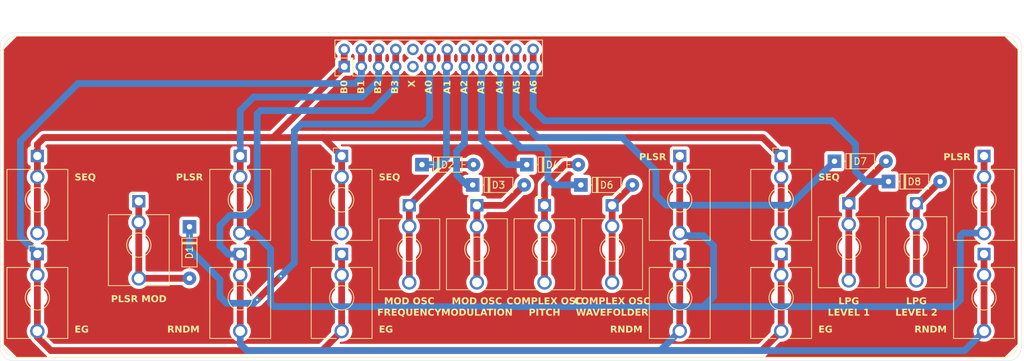
<source format=kicad_pcb>
(kicad_pcb (version 20241229) (generator "pcbnew") (generator_version "9.0")
  (layers (0 "F.Cu" signal) (2 "B.Cu" signal) (13 "F.Paste" user) (15 "B.Paste" user) (5 "F.SilkS" user "F.Silkscreen") (7 "B.SilkS" user "B.Silkscreen") (1 "F.Mask" user) (3 "B.Mask" user) (25 "Edge.Cuts" user))
  (net 0 "")
  (net 1 "Net-(D1-A)")
  (net 2 "A0")
  (net 3 "Net-(D2-A)")
  (net 4 "A1")
  (net 5 "Net-(D3-A)")
  (net 6 "A2")
  (net 7 "Net-(D4-A)")
  (net 8 "A3")
  (net 9 "A4")
  (net 10 "Net-(D6-A)")
  (net 11 "Net-(D7-A)")
  (net 12 "A5")
  (net 13 "A6")
  (net 14 "Net-(D8-A)")
  (net 15 "B0")
  (net 16 "B1")
  (net 18 "B2")
  (net 19 "B3")
  (footprint "Connector_Audio:Jack_3.5mm_QingPu_WQP-PJ398SM_Vertical_CircularHoles" (layer "F.Cu") (at 165.5 46.22)
    (property "Reference" "J21" (hide yes))
    (property "Value" "PLSR_OUTPUT3")
  )
  (footprint "DIYSynthMNL:D_4148_BigPads" (layer "F.Cu") (at 151.38 50)
    (property "Reference" "D8")
    (property "Value" "1N4148")
  )
  (footprint "DIYSynthMNL:D_4148_BigPads" (layer "F.Cu") (at 105.88 50.5)
    (property "Reference" "D6")
    (property "Value" "1N4148")
  )
  (footprint "Connector_Audio:Jack_3.5mm_QingPu_WQP-PJ398SM_Vertical_CircularHoles" (layer "F.Cu") (at 155.5 53.22)
    (property "Reference" "J10" (hide yes))
    (property "Value" "LPG_LEVEL2CTRL")
  )
  (footprint "Connector_Audio:Jack_3.5mm_QingPu_WQP-PJ398SM_Vertical_CircularHoles" (layer "F.Cu") (at 25.5 60.72)
    (property "Reference" "J16" (hide yes))
    (property "Value" "EG_OUTPUT1")
  )
  (footprint "Connector_Audio:Jack_3.5mm_QingPu_WQP-PJ398SM_Vertical_CircularHoles" (layer "F.Cu") (at 80.5 53.52)
    (property "Reference" "J5" (hide yes))
    (property "Value" "MODOSC_FREQCTRL")
  )
  (footprint "Connector_Audio:Jack_3.5mm_QingPu_WQP-PJ398SM_Vertical_CircularHoles" (layer "F.Cu") (at 135.5 60.72)
    (property "Reference" "J18" (hide yes))
    (property "Value" "EG_OUTPUT3")
  )
  (footprint "Connector_Audio:Jack_3.5mm_QingPu_WQP-PJ398SM_Vertical_CircularHoles" (layer "F.Cu") (at 110.5 53.52)
    (property "Reference" "J8" (hide yes))
    (property "Value" "COMPOSC_WAVEFOLDERCTRL")
  )
  (footprint "Connector_Audio:Jack_3.5mm_QingPu_WQP-PJ398SM_Vertical_CircularHoles" (layer "F.Cu") (at 40.5 52.92)
    (property "Reference" "J4" (hide yes))
    (property "Value" "PLSR_PERIODCTRL")
  )
  (footprint "Connector_Audio:Jack_3.5mm_QingPu_WQP-PJ398SM_Vertical_CircularHoles" (layer "F.Cu") (at 120.5 46.22)
    (property "Reference" "J20" (hide yes))
    (property "Value" "PLSR_OUTPUT2")
  )
  (footprint "DIYSynthMNL:D_4148_BigPads" (layer "F.Cu") (at 97.88 47.5)
    (property "Reference" "D4")
    (property "Value" "1N4148")
  )
  (footprint "Connector_Audio:Jack_3.5mm_QingPu_WQP-PJ398SM_Vertical_CircularHoles" (layer "F.Cu") (at 70.5 60.72)
    (property "Reference" "J17" (hide yes))
    (property "Value" "EG_OUTPUT2")
  )
  (footprint "Connector_Audio:Jack_3.5mm_QingPu_WQP-PJ398SM_Vertical_CircularHoles" (layer "F.Cu") (at 90.5 53.52)
    (property "Reference" "J6" (hide yes))
    (property "Value" "MODOSC_MODCTRL")
  )
  (footprint "Connector_Audio:Jack_3.5mm_QingPu_WQP-PJ398SM_Vertical_CircularHoles" (layer "F.Cu") (at 25.5 46.22)
    (property "Reference" "J3" (hide yes))
    (property "Value" "SEQ_OUTPUT1")
  )
  (footprint "DIYSynthMNL:D_4148_BigPads" (layer "F.Cu") (at 143.38 47)
    (property "Reference" "D7")
    (property "Value" "1N4148")
  )
  (footprint "AXS_LOGO_KICAD:AXS_LOGO_FMASK_10X10" (layer "F.Cu") (at 164.5 35)
    (property "Reference" "G***" (hide yes))
    (property "Value" "LOGO" (hide yes))
  )
  (footprint "DIYSynthMNL:D_4148_BigPads" (layer "F.Cu") (at 82.38 47.5)
    (property "Reference" "D2")
    (property "Value" "1N4148")
  )
  (footprint "Connector_Audio:Jack_3.5mm_QingPu_WQP-PJ398SM_Vertical_CircularHoles" (layer "F.Cu") (at 120.5 60.72)
    (property "Reference" "J23" (hide yes))
    (property "Value" "RNDM_OUTPUT2")
  )
  (footprint "Connector_Audio:Jack_3.5mm_QingPu_WQP-PJ398SM_Vertical_CircularHoles" (layer "F.Cu") (at 55.5 46.22)
    (property "Reference" "J19" (hide yes))
    (property "Value" "PLSR_OUTPUT1")
  )
  (footprint "Connector_Audio:Jack_3.5mm_QingPu_WQP-PJ398SM_Vertical_CircularHoles" (layer "F.Cu") (at 145.5 53.22)
    (property "Reference" "J9" (hide yes))
    (property "Value" "LPG_LEVEL1CTRL")
  )
  (footprint "DIYSynthMNL:D_4148_BigPads" (layer "F.Cu") (at 89.88 50.5)
    (property "Reference" "D3")
    (property "Value" "1N4148")
  )
  (footprint "Connector_PinHeader_2.54mm:PinHeader_2x12_P2.54mm_Vertical" (layer "F.Cu") (at 70.88 33 90)
    (property "Reference" "J1" (hide yes))
    (property "Value" "Conn_02x12_Odd_Even")
  )
  (footprint "Connector_Audio:Jack_3.5mm_QingPu_WQP-PJ398SM_Vertical_CircularHoles" (layer "F.Cu") (at 135.5 46.22)
    (property "Reference" "J15" (hide yes))
    (property "Value" "SEQ_OUTPUT3")
  )
  (footprint "Connector_Audio:Jack_3.5mm_QingPu_WQP-PJ398SM_Vertical_CircularHoles" (layer "F.Cu") (at 100.5 53.52)
    (property "Reference" "J7" (hide yes))
    (property "Value" "COMPOSC_PITCHCTRL")
  )
  (footprint "Connector_Audio:Jack_3.5mm_QingPu_WQP-PJ398SM_Vertical_CircularHoles" (layer "F.Cu") (at 55.5 60.72)
    (property "Reference" "J22" (hide yes))
    (property "Value" "RNDM_OUTPUT1")
  )
  (footprint "DIYSynthMNL:D_4148_BigPads" (layer "F.Cu") (at 48 56.69 -90)
    (property "Reference" "D1")
    (property "Value" "1N4148")
  )
  (footprint "Connector_Audio:Jack_3.5mm_QingPu_WQP-PJ398SM_Vertical_CircularHoles" (layer "F.Cu") (at 70.5 46.22)
    (property "Reference" "J14" (hide yes))
    (property "Value" "SEQ_OUTPUT2")
  )
  (footprint "Connector_Audio:Jack_3.5mm_QingPu_WQP-PJ398SM_Vertical_CircularHoles" (layer "F.Cu") (at 165.5 60.72)
    (property "Reference" "J24" (hide yes))
    (property "Value" "RNDM_OUTPUT3")
  )
  (gr_arc (start 170.5 74) (mid 169.914214 75.414214) (end 168.5 76) (stroke (width 0.1)) (layer "F.SilkS"))
  (gr_line (start 170.5 30.5) (end 170.5 74) (stroke (width 0.1)) (layer "F.SilkS"))
  (gr_arc (start 168.5 28.5) (mid 169.914214 29.085786) (end 170.5 30.5) (stroke (width 0.1)) (layer "F.SilkS"))
  (gr_line (start 20.5 74) (end 20.5 30.5) (stroke (width 0.1)) (layer "F.SilkS"))
  (gr_line (start 22.5 28.5) (end 168.5 28.5) (stroke (width 0.1)) (layer "F.SilkS"))
  (gr_arc (start 20.5 30.5) (mid 21.085786 29.085786) (end 22.5 28.5) (stroke (width 0.1)) (layer "F.SilkS"))
  (gr_arc (start 22.5 76) (mid 21.085786 75.414214) (end 20.5 74) (stroke (width 0.1)) (layer "F.SilkS"))
  (gr_line (start 168.5 76) (end 22.5 76) (stroke (width 0.1)) (layer "F.SilkS"))
  (gr_line (start 169 76.5) (end 22 76.5) (stroke (width 0.05)) (layer "Edge.Cuts"))
  (gr_line (start 171 30) (end 171 74.5) (stroke (width 0.05)) (layer "Edge.Cuts"))
  (gr_line (start 20 74.5) (end 20 30) (stroke (width 0.05)) (layer "Edge.Cuts"))
  (gr_line (start 22 28) (end 169 28) (stroke (width 0.05)) (layer "Edge.Cuts"))
  (gr_arc (start 169 28) (mid 170.414214 28.585786) (end 171 30) (stroke (width 0.05)) (layer "Edge.Cuts"))
  (gr_arc (start 171 74.5) (mid 170.414214 75.914214) (end 169 76.5) (stroke (width 0.05)) (layer "Edge.Cuts"))
  (gr_arc (start 22 76.5) (mid 20.585786 75.914214) (end 20 74.5) (stroke (width 0.05)) (layer "Edge.Cuts"))
  (gr_arc (start 20 30) (mid 20.585786 28.585786) (end 22 28) (stroke (width 0.05)) (layer "Edge.Cuts"))
  (gr_text "A2" (at 89.25 35 90) (layer "F.SilkS") (effects (font (size 1 1) (thickness 0.2) (bold yes) (italic yes)) (justify right bottom)))
  (gr_text "COMPLEX OSC\nWAVEFOLDER" (at 110.5 70 0) (layer "F.SilkS") (effects (font (size 1 1) (thickness 0.2) (bold yes) (italic yes)) (justify bottom)))
  (gr_text "A5" (at 97 35 90) (layer "F.SilkS") (effects (font (size 1 1) (thickness 0.2) (bold yes) (italic yes)) (justify right bottom)))
  (gr_text "PLSR\n" (at 118.5 47 0) (layer "F.SilkS") (effects (font (size 1 1) (thickness 0.2) (bold yes) (italic yes)) (justify right bottom)))
  (gr_text "RNDM" (at 49.5 72.5 0) (layer "F.SilkS") (effects (font (size 1 1) (thickness 0.2) (bold yes) (italic yes)) (justify right bottom)))
  (gr_text "LPG\nLEVEL 1" (at 145.5 70 0) (layer "F.SilkS") (effects (font (size 1 1) (thickness 0.2) (bold yes) (italic yes)) (justify bottom)))
  (gr_text "B1\n" (at 74 35 90) (layer "F.SilkS") (effects (font (size 1 1) (thickness 0.2) (bold yes) (italic yes)) (justify right bottom)))
  (gr_text "SEQ" (at 141 50 0) (layer "F.SilkS") (effects (font (size 1 1) (thickness 0.2) (bold yes) (italic yes)) (justify left bottom)))
  (gr_text "PLSR\n" (at 50 50 0) (layer "F.SilkS") (effects (font (size 1 1) (thickness 0.2) (bold yes) (italic yes)) (justify right bottom)))
  (gr_text "X" (at 81.5 35 90) (layer "F.SilkS") (effects (font (size 1 1) (thickness 0.2) (bold yes) (italic yes)) (justify right bottom)))
  (gr_text "PLSR\n" (at 163.5 47 0) (layer "F.SilkS") (effects (font (size 1 1) (thickness 0.2) (bold yes) (italic yes)) (justify right bottom)))
  (gr_text "A6" (at 99.5 35 90) (layer "F.SilkS") (effects (font (size 1 1) (thickness 0.2) (bold yes) (italic yes)) (justify right bottom)))
  (gr_text "B0" (at 71.5 35 90) (layer "F.SilkS") (effects (font (size 1 1) (thickness 0.2) (bold yes) (italic yes)) (justify right bottom)))
  (gr_text "MOD OSC\nMODULATION\n" (at 90.5 70 0) (layer "F.SilkS") (effects (font (size 1 1) (thickness 0.2) (bold yes) (italic yes)) (justify bottom)))
  (gr_text "EG" (at 31 72.5 0) (layer "F.SilkS") (effects (font (size 1 1) (thickness 0.2) (bold yes) (italic yes)) (justify left bottom)))
  (gr_text "PLSR MOD" (at 40.5 68 0) (layer "F.SilkS") (effects (font (size 1 1) (thickness 0.2) (bold yes) (italic yes)) (justify bottom)))
  (gr_text "SEQ" (at 76 50 0) (layer "F.SilkS") (effects (font (size 1 1) (thickness 0.2) (bold yes) (italic yes)) (justify left bottom)))
  (gr_text "B2\n" (at 76.5 35 90) (layer "F.SilkS") (effects (font (size 1 1) (thickness 0.2) (bold yes) (italic yes)) (justify right bottom)))
  (gr_text "MOD OSC\nFREQUENCY" (at 80.5 70 0) (layer "F.SilkS") (effects (font (size 1 1) (thickness 0.2) (bold yes) (italic yes)) (justify bottom)))
  (gr_text "B3" (at 79 35 90) (layer "F.SilkS") (effects (font (size 1 1) (thickness 0.2) (bold yes) (italic yes)) (justify right bottom)))
  (gr_text "A1" (at 86.75 35 90) (layer "F.SilkS") (effects (font (size 1 1) (thickness 0.2) (bold yes) (italic yes)) (justify right bottom)))
  (gr_text "EG" (at 76 72.5 0) (layer "F.SilkS") (effects (font (size 1 1) (thickness 0.2) (bold yes) (italic yes)) (justify left bottom)))
  (gr_text "LPG\nLEVEL 2" (at 155.5 70 0) (layer "F.SilkS") (effects (font (size 1 1) (thickness 0.2) (bold yes) (italic yes)) (justify bottom)))
  (gr_text "A0" (at 84 35 90) (layer "F.SilkS") (effects (font (size 1 1) (thickness 0.2) (bold yes) (italic yes)) (justify right bottom)))
  (gr_text "RNDM" (at 160 72.5 0) (layer "F.SilkS") (effects (font (size 1 1) (thickness 0.2) (bold yes) (italic yes)) (justify right bottom)))
  (gr_text "A4" (at 94.5 35 90) (layer "F.SilkS") (effects (font (size 1 1) (thickness 0.2) (bold yes) (italic yes)) (justify right bottom)))
  (gr_text "SEQ" (at 31 50 0) (layer "F.SilkS") (effects (font (size 1 1) (thickness 0.2) (bold yes) (italic yes)) (justify left bottom)))
  (gr_text "RNDM" (at 115 72.5 0) (layer "F.SilkS") (effects (font (size 1 1) (thickness 0.2) (bold yes) (italic yes)) (justify right bottom)))
  (gr_text "A3" (at 91.75 35 90) (layer "F.SilkS") (effects (font (size 1 1) (thickness 0.2) (bold yes) (italic yes)) (justify right bottom)))
  (gr_text "COMPLEX OSC\nPITCH" (at 100.5 70 0) (layer "F.SilkS") (effects (font (size 1 1) (thickness 0.2) (bold yes) (italic yes)) (justify bottom)))
  (gr_text "EG" (at 141 72.5 0) (layer "F.SilkS") (effects (font (size 1 1) (thickness 0.2) (bold yes) (italic yes)) (justify left bottom)))
  (segment (start 40.5 52.92) (end 40.5 64.32) (width 1) (layer "F.Cu") (net 1))
  (segment (start 48 64.31) (end 40.51 64.31) (width 1) (layer "F.Cu") (net 1))
  (segment (start 40.51 64.31) (end 40.5 64.32) (width 1) (layer "F.Cu") (net 1))
  (segment (start 58 67.5) (end 61.5 64) (width 1) (layer "F.Cu") (net 2))
  (segment (start 83.58 30.46) (end 83.58 33) (width 1) (layer "F.Cu") (net 2))
  (via (at 61.5 64) (size 0.6) (drill 0.3) (layers "F.Cu" "B.Cu") (net 2))
  (via (at 58 67.5) (size 0.6) (drill 0.3) (layers "F.Cu" "B.Cu") (net 2))
  (segment (start 61.5 64) (end 63.5 62) (width 1) (layer "B.Cu") (net 2))
  (segment (start 83.5 33.08) (end 83.58 33) (width 1) (layer "B.Cu") (net 2))
  (segment (start 57.5 68) (end 58 67.5) (width 1) (layer "B.Cu") (net 2))
  (segment (start 63.5 62) (end 63.5 42.5) (width 1) (layer "B.Cu") (net 2))
  (segment (start 52.5 64.5) (end 52.5 67) (width 1) (layer "B.Cu") (net 2))
  (segment (start 63.5 42.5) (end 64.5 41.5) (width 1) (layer "B.Cu") (net 2))
  (segment (start 64.5 41.5) (end 82.5 41.5) (width 1) (layer "B.Cu") (net 2))
  (segment (start 48 60) (end 49.5 61.5) (width 1) (layer "B.Cu") (net 2))
  (segment (start 52.5 67) (end 53.5 68) (width 1) (layer "B.Cu") (net 2))
  (segment (start 57 68) (end 57.5 68) (width 1) (layer "B.Cu") (net 2))
  (segment (start 49.5 61.5) (end 52.5 64.5) (width 1) (layer "B.Cu") (net 2))
  (segment (start 83.5 40.5) (end 83.5 33.08) (width 1) (layer "B.Cu") (net 2))
  (segment (start 53.5 68) (end 57 68) (width 1) (layer "B.Cu") (net 2))
  (segment (start 48 56.69) (end 48 60) (width 1) (layer "B.Cu") (net 2))
  (segment (start 82.5 41.5) (end 83.5 40.5) (width 1) (layer "B.Cu") (net 2))
  (segment (start 86.5 47.5) (end 90 47.5) (width 1) (layer "F.Cu") (net 3))
  (segment (start 80.5 53.52) (end 80.5 53.5) (width 1) (layer "F.Cu") (net 3))
  (segment (start 80.5 53.5) (end 86.5 47.5) (width 1) (layer "F.Cu") (net 3))
  (segment (start 80.5 53.52) (end 80.5 64.92) (width 1) (layer "F.Cu") (net 3))
  (segment (start 86.12 30.46) (end 86.12 33) (width 1) (layer "F.Cu") (net 4))
  (segment (start 85 47.5) (end 86 46.5) (width 1) (layer "B.Cu") (net 4))
  (segment (start 82.38 47.5) (end 85 47.5) (width 1) (layer "B.Cu") (net 4))
  (segment (start 86 46.5) (end 86 33.12) (width 1) (layer "B.Cu") (net 4))
  (segment (start 86 33.12) (end 86.12 33) (width 1) (layer "B.Cu") (net 4))
  (segment (start 90.5 53.52) (end 90.5 64.92) (width 1) (layer "F.Cu") (net 5))
  (segment (start 94.48 53.52) (end 97.5 50.5) (width 1) (layer "F.Cu") (net 5))
  (segment (start 90.5 53.52) (end 94.48 53.52) (width 1) (layer "F.Cu") (net 5))
  (segment (start 88.66 30.46) (end 88.66 33) (width 1) (layer "F.Cu") (net 6))
  (segment (start 89 50.5) (end 87.5 49) (width 1) (layer "B.Cu") (net 6))
  (segment (start 87.5 45.5) (end 88.66 44.34) (width 1) (layer "B.Cu") (net 6))
  (segment (start 89.88 50.5) (end 89 50.5) (width 1) (layer "B.Cu") (net 6))
  (segment (start 87.5 49) (end 87.5 45.5) (width 1) (layer "B.Cu") (net 6))
  (segment (start 88.66 44.34) (end 88.66 33) (width 1) (layer "B.Cu") (net 6))
  (segment (start 100.5 50.5) (end 103.5 47.5) (width 1) (layer "F.Cu") (net 7))
  (segment (start 100.5 53.52) (end 100.5 64.92) (width 1) (layer "F.Cu") (net 7))
  (segment (start 100.5 53.52) (end 100.5 50.5) (width 1) (layer "F.Cu") (net 7))
  (segment (start 103.5 47.5) (end 105.5 47.5) (width 1) (layer "F.Cu") (net 7))
  (segment (start 91.2 30.46) (end 91.2 33) (width 1) (layer "F.Cu") (net 8))
  (segment (start 97.88 47.5) (end 95 47.5) (width 1) (layer "B.Cu") (net 8))
  (segment (start 95 47.5) (end 91.2 43.7) (width 1) (layer "B.Cu") (net 8))
  (segment (start 91.2 43.7) (end 91.2 33) (width 1) (layer "B.Cu") (net 8))
  (segment (start 93.74 30.46) (end 93.74 33) (width 1) (layer "F.Cu") (net 9))
  (segment (start 100.5 45) (end 97 45) (width 1) (layer "B.Cu") (net 9))
  (segment (start 102 50.5) (end 101 49.5) (width 1) (layer "B.Cu") (net 9))
  (segment (start 94 42) (end 94 33.26) (width 1) (layer "B.Cu") (net 9))
  (segment (start 101 49.5) (end 101 45.5) (width 1) (layer "B.Cu") (net 9))
  (segment (start 94 33.26) (end 93.74 33) (width 1) (layer "B.Cu") (net 9))
  (segment (start 101 45.5) (end 100.5 45) (width 1) (layer "B.Cu") (net 9))
  (segment (start 105.88 50.5) (end 102 50.5) (width 1) (layer "B.Cu") (net 9))
  (segment (start 97 45) (end 94 42) (width 1) (layer "B.Cu") (net 9))
  (segment (start 110.5 53.52) (end 110.5 64.92) (width 1) (layer "F.Cu") (net 10))
  (segment (start 110.5 53.52) (end 110.5 53.5) (width 1) (layer "F.Cu") (net 10))
  (segment (start 110.5 53.5) (end 113.5 50.5) (width 1) (layer "F.Cu") (net 10))
  (segment (start 145.5 53.22) (end 145.5 52.5) (width 1) (layer "F.Cu") (net 11))
  (segment (start 145.5 53.22) (end 145.5 64.62) (width 1) (layer "F.Cu") (net 11))
  (segment (start 145.5 52.5) (end 151 47) (width 1) (layer "F.Cu") (net 11))
  (segment (start 96.28 30.46) (end 96.28 33) (width 1) (layer "F.Cu") (net 12))
  (segment (start 112 43.5) (end 117 48.5) (width 1) (layer "B.Cu") (net 12))
  (segment (start 118.5 53.5) (end 136.88 53.5) (width 1) (layer "B.Cu") (net 12))
  (segment (start 117 48.5) (end 117 52) (width 1) (layer "B.Cu") (net 12))
  (segment (start 117 52) (end 118.5 53.5) (width 1) (layer "B.Cu") (net 12))
  (segment (start 136.88 53.5) (end 143.38 47) (width 1) (layer "B.Cu") (net 12))
  (segment (start 96.28 40.28) (end 99.5 43.5) (width 1) (layer "B.Cu") (net 12))
  (segment (start 96.28 33) (end 96.28 40.28) (width 1) (layer "B.Cu") (net 12))
  (segment (start 99.5 43.5) (end 112 43.5) (width 1) (layer "B.Cu") (net 12))
  (segment (start 98.82 30.46) (end 98.82 33) (width 1) (layer "F.Cu") (net 13))
  (segment (start 146.5 48.5) (end 148 50) (width 1) (layer "B.Cu") (net 13))
  (segment (start 143 41) (end 146.5 44.5) (width 1) (layer "B.Cu") (net 13))
  (segment (start 146.5 44.5) (end 146.5 48.5) (width 1) (layer "B.Cu") (net 13))
  (segment (start 148 50) (end 151.38 50) (width 1) (layer "B.Cu") (net 13))
  (segment (start 100.5 41) (end 143 41) (width 1) (layer "B.Cu") (net 13))
  (segment (start 98.82 33) (end 98.82 39.32) (width 1) (layer "B.Cu") (net 13))
  (segment (start 98.82 39.32) (end 100.5 41) (width 1) (layer "B.Cu") (net 13))
  (segment (start 155.5 53.22) (end 155.5 64.62) (width 1) (layer "F.Cu") (net 14))
  (segment (start 155.5 53.22) (end 155.78 53.22) (width 1) (layer "F.Cu") (net 14))
  (segment (start 155.78 53.22) (end 159 50) (width 1) (layer "F.Cu") (net 14))
  (segment (start 26.5 43.5) (end 67.78 43.5) (width 1) (layer "F.Cu") (net 15))
  (segment (start 25.5 46.22) (end 25.5 44.5) (width 1) (layer "F.Cu") (net 15))
  (segment (start 135.5 46.22) (end 135.5 57.62) (width 1) (layer "F.Cu") (net 15))
  (segment (start 67.78 43.5) (end 132.78 43.5) (width 1) (layer "F.Cu") (net 15))
  (segment (start 70.88 30.46) (end 70.88 33) (width 1) (layer "F.Cu") (net 15))
  (segment (start 60.38 43.5) (end 26.5 43.5) (width 1) (layer "F.Cu") (net 15))
  (segment (start 67.78 43.5) (end 70.5 46.22) (width 1) (layer "F.Cu") (net 15))
  (segment (start 70.5 46.22) (end 70.5 57.62) (width 1) (layer "F.Cu") (net 15))
  (segment (start 25.5 44.5) (end 26.5 43.5) (width 1) (layer "F.Cu") (net 15))
  (segment (start 132.78 43.5) (end 135.5 46.22) (width 1) (layer "F.Cu") (net 15))
  (segment (start 25.5 46.22) (end 25.5 57.62) (width 1) (layer "F.Cu") (net 15))
  (segment (start 70.88 33) (end 60.38 43.5) (width 1) (layer "F.Cu") (net 15))
  (segment (start 27.5 75) (end 67.62 75) (width 1) (layer "F.Cu") (net 16))
  (segment (start 25.5 73) (end 27.5 75) (width 1) (layer "F.Cu") (net 16))
  (segment (start 25.5 60.72) (end 25.5 72.12) (width 1) (layer "F.Cu") (net 16))
  (segment (start 67.62 75) (end 132.62 75) (width 1) (layer "F.Cu") (net 16))
  (segment (start 25.5 72.12) (end 25.5 73) (width 1) (layer "F.Cu") (net 16))
  (segment (start 67.62 75) (end 70.5 72.12) (width 1) (layer "F.Cu") (net 16))
  (segment (start 70.5 60.72) (end 70.5 72.12) (width 1) (layer "F.Cu") (net 16))
  (segment (start 73.42 30.46) (end 73.42 33) (width 1) (layer "F.Cu") (net 16))
  (segment (start 132.62 75) (end 135.5 72.12) (width 1) (layer "F.Cu") (net 16))
  (segment (start 135.5 60.72) (end 135.5 72.12) (width 1) (layer "F.Cu") (net 16))
  (segment (start 72.5 35.5) (end 31.5 35.5) (width 1) (layer "B.Cu") (net 16))
  (segment (start 73.42 34.58) (end 72.5 35.5) (width 1) (layer "B.Cu") (net 16))
  (segment (start 23 58.22) (end 25.5 60.72) (width 1) (layer "B.Cu") (net 16))
  (segment (start 31.5 35.5) (end 23 44) (width 1) (layer "B.Cu") (net 16))
  (segment (start 23 44) (end 23 58.22) (width 1) (layer "B.Cu") (net 16))
  (segment (start 73.42 33) (end 73.42 34.58) (width 1) (layer "B.Cu") (net 16))
  (segment (start 55.5 46.22) (end 55.5 57.62) (width 1) (layer "F.Cu") (net 18))
  (segment (start 120.5 46.22) (end 120.5 57.62) (width 1) (layer "F.Cu") (net 18))
  (segment (start 75.96 30.46) (end 75.96 33) (width 1) (layer "F.Cu") (net 18))
  (segment (start 165.5 46.22) (end 165.5 57.62) (width 1) (layer "F.Cu") (net 18))
  (segment (start 162 58) (end 162 67.5) (width 1) (layer "B.Cu") (net 18))
  (segment (start 124 58) (end 120.88 58) (width 1) (layer "B.Cu") (net 18))
  (segment (start 57.5 37.5) (end 55.5 39.5) (width 1) (layer "B.Cu") (net 18))
  (segment (start 120.88 58) (end 120.5 57.62) (width 1) (layer "B.Cu") (net 18))
  (segment (start 165.5 57.62) (end 162.38 57.62) (width 1) (layer "B.Cu") (net 18))
  (segment (start 162.38 57.62) (end 162 58) (width 1) (layer "B.Cu") (net 18))
  (segment (start 125.5 67) (end 125.5 59.5) (width 1) (layer "B.Cu") (net 18))
  (segment (start 60 60) (end 60 68) (width 1) (layer "B.Cu") (net 18))
  (segment (start 55.5 57.62) (end 57.62 57.62) (width 1) (layer "B.Cu") (net 18))
  (segment (start 60 68) (end 60.5 68.5) (width 1) (layer "B.Cu") (net 18))
  (segment (start 75.96 33) (end 75.96 35.04) (width 1) (layer "B.Cu") (net 18))
  (segment (start 73.5 37.5) (end 57.5 37.5) (width 1) (layer "B.Cu") (net 18))
  (segment (start 162 67.5) (end 161 68.5) (width 1) (layer "B.Cu") (net 18))
  (segment (start 60.5 68.5) (end 124 68.5) (width 1) (layer "B.Cu") (net 18))
  (segment (start 75.96 35.04) (end 73.5 37.5) (width 1) (layer "B.Cu") (net 18))
  (segment (start 125.5 59.5) (end 124 58) (width 1) (layer "B.Cu") (net 18))
  (segment (start 161 68.5) (end 124 68.5) (width 1) (layer "B.Cu") (net 18))
  (segment (start 55.5 39.5) (end 55.5 46.22) (width 1) (layer "B.Cu") (net 18))
  (segment (start 57.62 57.62) (end 60 60) (width 1) (layer "B.Cu") (net 18))
  (segment (start 124 68.5) (end 125.5 67) (width 1) (layer "B.Cu") (net 18))
  (segment (start 165.5 60.72) (end 165.5 72.12) (width 1) (layer "F.Cu") (net 19))
  (segment (start 55.5 60.72) (end 55.5 72.12) (width 1) (layer "F.Cu") (net 19))
  (segment (start 78.5 30.46) (end 78.5 33) (width 1) (layer "F.Cu") (net 19))
  (segment (start 120.5 60.72) (end 120.5 72.12) (width 1) (layer "F.Cu") (net 19))
  (segment (start 52.5 59.5) (end 52.5 56.5) (width 1) (layer "B.Cu") (net 19))
  (segment (start 56.5 55) (end 58 53.5) (width 1) (layer "B.Cu") (net 19))
  (segment (start 78.5 36) (end 78.5 33) (width 1) (layer "B.Cu") (net 19))
  (segment (start 58 53.5) (end 58 40) (width 1) (layer "B.Cu") (net 19))
  (segment (start 55.5 74) (end 56.5 75) (width 1) (layer "B.Cu") (net 19))
  (segment (start 75 39.5) (end 78.5 36) (width 1) (layer "B.Cu") (net 19))
  (segment (start 58 40) (end 58.5 39.5) (width 1) (layer "B.Cu") (net 19))
  (segment (start 52.5 56.5) (end 54 55) (width 1) (layer "B.Cu") (net 19))
  (segment (start 58.5 39.5) (end 75 39.5) (width 1) (layer "B.Cu") (net 19))
  (segment (start 56.5 75) (end 117.62 75) (width 1) (layer "B.Cu") (net 19))
  (segment (start 55.5 60.72) (end 53.72 60.72) (width 1) (layer "B.Cu") (net 19))
  (segment (start 53.72 60.72) (end 52.5 59.5) (width 1) (layer "B.Cu") (net 19))
  (segment (start 117.62 75) (end 120.5 72.12) (width 1) (layer "B.Cu") (net 19))
  (segment (start 117.62 75) (end 162.62 75) (width 1) (layer "B.Cu") (net 19))
  (segment (start 54 55) (end 56.5 55) (width 1) (layer "B.Cu") (net 19))
  (segment (start 162.62 75) (end 165.5 72.12) (width 1) (layer "B.Cu") (net 19))
  (segment (start 55.5 72.12) (end 55.5 74) (width 1) (layer "B.Cu") (net 19))
  (zone (net 0) (net_name "") (layer "F.Cu") (connect_pads (clearance 0.5)) (min_thickness 0.25) (fill yes (thermal_gap 0.5) (thermal_bridge_width 0.5) (island_removal_mode 1) (island_area_min 10))
    (polygon (pts (xy 22.5 28.5) (xy 168.5 28.5) (xy 170.5 30.5) (xy 170.5 74) (xy 168.5 76) (xy 22.5 76) (xy 20.5 74) (xy 20.5 30.5)))
  )
)
</source>
